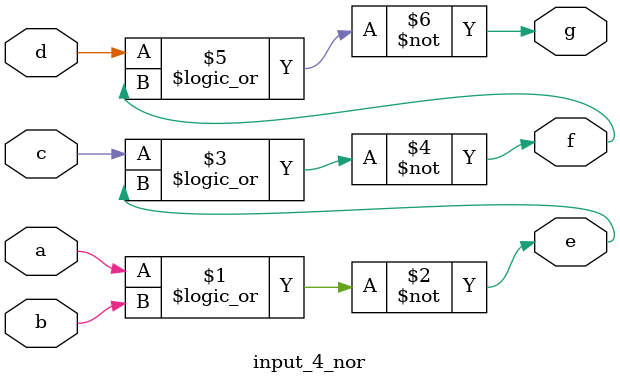
<source format=v>
module input_4_nor(
    input a,
    input b,
    input c,
    input d,

    output e,
    output f,
    output g
);

assign e = ~(a || b);
assign f = ~(c || e);
assign g = ~(d || f);

endmodule
</source>
